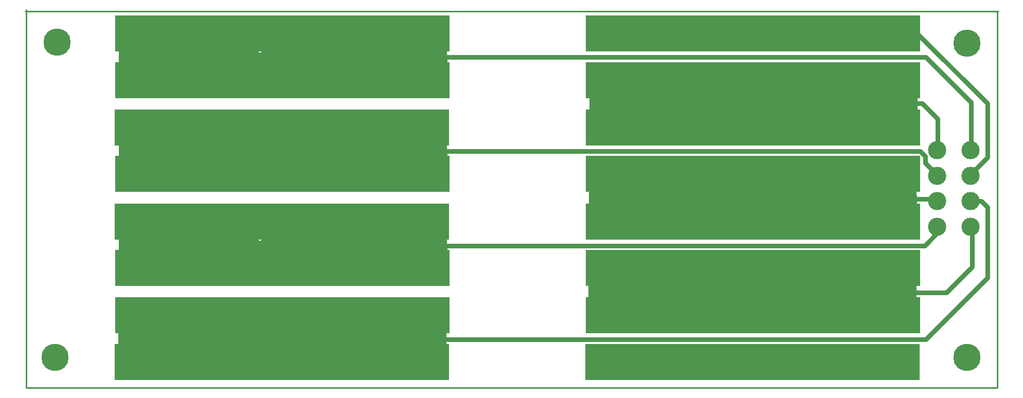
<source format=gtl>
G04 #@! TF.FileFunction,Copper,L1,Top,Signal*
%FSLAX46Y46*%
G04 Gerber Fmt 4.6, Leading zero omitted, Abs format (unit mm)*
G04 Created by KiCad (PCBNEW 4.0.4-stable) date 04/19/18 12:13:04*
%MOMM*%
%LPD*%
G01*
G04 APERTURE LIST*
%ADD10C,0.100000*%
%ADD11R,55.000000X6.000000*%
%ADD12C,4.300000*%
%ADD13C,4.500000*%
%ADD14C,3.000000*%
%ADD15C,0.250000*%
%ADD16C,5.000000*%
%ADD17C,0.750000*%
G04 APERTURE END LIST*
D10*
D11*
X42170300Y-19024600D03*
D12*
X51229300Y-19024600D03*
X33111300Y-18897600D03*
X18111300Y-18897600D03*
X25611300Y-18897600D03*
X66229300Y-19024600D03*
X58729300Y-19024600D03*
D11*
X42146700Y-57673700D03*
D12*
X51205700Y-57673700D03*
X33087700Y-57546700D03*
X18087700Y-57546700D03*
X25587700Y-57546700D03*
X66205700Y-57673700D03*
X58705700Y-57673700D03*
D11*
X42197500Y-49974500D03*
D12*
X51256500Y-49974500D03*
X33138500Y-49847500D03*
X18138500Y-49847500D03*
X25638500Y-49847500D03*
X66256500Y-49974500D03*
X58756500Y-49974500D03*
D11*
X42226800Y-42205100D03*
D12*
X51285800Y-42205100D03*
X33167800Y-42078100D03*
X18167800Y-42078100D03*
X25667800Y-42078100D03*
X66285800Y-42205100D03*
X58785800Y-42205100D03*
D11*
X42176000Y-34556700D03*
D12*
X51235000Y-34556700D03*
X33117000Y-34429700D03*
X18117000Y-34429700D03*
X25617000Y-34429700D03*
X66235000Y-34556700D03*
X58735000Y-34556700D03*
D11*
X42221100Y-26670000D03*
D12*
X51280100Y-26670000D03*
X33162100Y-26543000D03*
X18162100Y-26543000D03*
X25662100Y-26543000D03*
X66280100Y-26670000D03*
X58780100Y-26670000D03*
D11*
X119706500Y-11280600D03*
D12*
X128765500Y-11280600D03*
X110647500Y-11153600D03*
X95647500Y-11153600D03*
X103147500Y-11153600D03*
X143765500Y-11280600D03*
X136265500Y-11280600D03*
D11*
X119706500Y-3556500D03*
D12*
X128765500Y-3556500D03*
X110647500Y-3429500D03*
X95647500Y-3429500D03*
X103147500Y-3429500D03*
X143765500Y-3556500D03*
X136265500Y-3556500D03*
D11*
X119646700Y-57673700D03*
D12*
X128705700Y-57673700D03*
X110587700Y-57546700D03*
X95587700Y-57546700D03*
X103087700Y-57546700D03*
X143705700Y-57673700D03*
X136205700Y-57673700D03*
D11*
X119697500Y-49974500D03*
D12*
X128756500Y-49974500D03*
X110638500Y-49847500D03*
X95638500Y-49847500D03*
X103138500Y-49847500D03*
X143756500Y-49974500D03*
X136256500Y-49974500D03*
D11*
X119726800Y-42205100D03*
D12*
X128785800Y-42205100D03*
X110667800Y-42078100D03*
X95667800Y-42078100D03*
X103167800Y-42078100D03*
X143785800Y-42205100D03*
X136285800Y-42205100D03*
D11*
X119676000Y-34556700D03*
D12*
X128735000Y-34556700D03*
X110617000Y-34429700D03*
X95617000Y-34429700D03*
X103117000Y-34429700D03*
X143735000Y-34556700D03*
X136235000Y-34556700D03*
D11*
X119721100Y-26670000D03*
D12*
X128780100Y-26670000D03*
X110662100Y-26543000D03*
X95662100Y-26543000D03*
X103162100Y-26543000D03*
X143780100Y-26670000D03*
X136280100Y-26670000D03*
D11*
X119670300Y-19024600D03*
D12*
X128729300Y-19024600D03*
X110611300Y-18897600D03*
X95611300Y-18897600D03*
X103111300Y-18897600D03*
X143729300Y-19024600D03*
X136229300Y-19024600D03*
D11*
X42206500Y-11280600D03*
D12*
X51265500Y-11280600D03*
X33147500Y-11153600D03*
X18147500Y-11153600D03*
X25647500Y-11153600D03*
X66265500Y-11280600D03*
X58765500Y-11280600D03*
D11*
X42206500Y-3556500D03*
D12*
X51265500Y-3556500D03*
X33147500Y-3429500D03*
X18147500Y-3429500D03*
X25647500Y-3429500D03*
X66265500Y-3556500D03*
X58765500Y-3556500D03*
D13*
X5114300Y-5025400D03*
X4847600Y-56937900D03*
D14*
X150025100Y-35369500D03*
X155525100Y-35369500D03*
X155525100Y-31169500D03*
X150025100Y-31169500D03*
X155525100Y-26969500D03*
X150025100Y-26969500D03*
X155525100Y-22769500D03*
X150025100Y-22769500D03*
D13*
X154905700Y-5165100D03*
X154905700Y-56937900D03*
D15*
X25400Y-61899800D02*
X25400Y304800D01*
X159943800Y-61899800D02*
X25400Y-61899800D01*
X159943800Y114300D02*
X160070800Y114300D01*
X153517222Y114300D02*
X159943800Y114300D01*
X159943800Y114300D02*
X159943800Y-61899800D01*
X69717902Y114300D02*
X153517222Y114300D01*
X-114300Y114300D02*
X69717902Y114300D01*
D16*
X63690934Y-22182952D02*
X61749986Y-24123900D01*
X61749986Y-24123900D02*
X39726833Y-24123900D01*
X39726833Y-24123900D02*
X37731987Y-22129054D01*
X63551234Y-52243852D02*
X61610286Y-54184800D01*
X66699253Y-53282453D02*
X66699253Y-56109840D01*
X66644024Y-50255630D02*
X66644024Y-53227224D01*
X61610286Y-54184800D02*
X39932500Y-54184800D01*
X17656442Y-49813803D02*
X17656442Y-56496439D01*
X20630580Y-53522301D02*
X36204882Y-53522301D01*
X63690934Y-37689652D02*
X61749986Y-39630600D01*
X66838953Y-38728253D02*
X66838953Y-41555640D01*
X66783724Y-35701430D02*
X66783724Y-38673024D01*
X61749986Y-39630600D02*
X40072200Y-39630600D01*
X17796142Y-35259603D02*
X17796142Y-41942239D01*
X20770280Y-38968101D02*
X36344582Y-38968101D01*
X66838953Y-23221553D02*
X66838953Y-26048940D01*
X66783724Y-20194730D02*
X66783724Y-23166324D01*
X17796142Y-19752903D02*
X17796142Y-26435539D01*
X20770280Y-23461401D02*
X36344582Y-23461401D01*
X63690934Y-6663552D02*
X61749986Y-8604500D01*
X66838953Y-7702153D02*
X66838953Y-10529540D01*
X66783724Y-4675330D02*
X66783724Y-7646924D01*
X61749986Y-8604500D02*
X40072200Y-8604500D01*
X17796142Y-4233503D02*
X17796142Y-10916139D01*
X20770280Y-7942001D02*
X36344582Y-7942001D01*
D17*
X62762193Y-22916510D02*
X147240196Y-22916510D01*
X147240196Y-22916510D02*
X148100024Y-23776338D01*
X148100024Y-23776338D02*
X148100024Y-24875039D01*
X148100024Y-24875039D02*
X150114000Y-26889015D01*
X150114000Y-26889015D02*
X150114000Y-27922000D01*
X62201023Y-7247080D02*
X62394713Y-7440770D01*
X62394713Y-7440770D02*
X148121488Y-7440770D01*
X148121488Y-7440770D02*
X155614000Y-14933282D01*
X155614000Y-14933282D02*
X155614000Y-23722000D01*
D16*
X144063224Y-43118230D02*
X144063224Y-46089824D01*
X144118453Y-46145053D02*
X144118453Y-48972440D01*
X95075642Y-42676403D02*
X95075642Y-49359039D01*
X98049780Y-46384901D02*
X113624082Y-46384901D01*
X139029486Y-47047400D02*
X117351700Y-47047400D01*
X140970434Y-45106452D02*
X139029486Y-47047400D01*
X95139142Y-27093503D02*
X95139142Y-33776139D01*
X98113280Y-30802001D02*
X113687582Y-30802001D01*
X141229243Y-33389540D02*
X141220200Y-33380497D01*
X144181953Y-30562153D02*
X144181953Y-33389540D01*
X144126724Y-27535330D02*
X144126724Y-30506924D01*
X141033934Y-29523552D02*
X139092986Y-31464500D01*
X139092986Y-31464500D02*
X117415200Y-31464500D01*
X95958711Y-11186334D02*
X95240742Y-11904303D01*
X98214880Y-15612801D02*
X113789182Y-15612801D01*
X95240742Y-11904303D02*
X95240742Y-18586939D01*
X95240742Y-18586939D02*
X98214880Y-15612801D01*
X113789182Y-15612801D02*
X117516800Y-19340419D01*
X141135534Y-14334352D02*
X139194586Y-16275300D01*
X139194586Y-16275300D02*
X117516800Y-16275300D01*
X144228324Y-12346130D02*
X144228324Y-15317724D01*
X141330843Y-18200340D02*
X141321800Y-18191297D01*
X144228324Y-15317724D02*
X144283553Y-15372953D01*
X144283553Y-15372953D02*
X144283553Y-18200340D01*
X144283553Y-18200340D02*
X141330843Y-18200340D01*
D17*
X62547771Y-38485232D02*
X147950768Y-38485232D01*
X147950768Y-38485232D02*
X150114000Y-36322000D01*
X155614000Y-32122000D02*
X156566963Y-31169037D01*
X156566963Y-31169037D02*
X157317291Y-31169037D01*
X157317291Y-31169037D02*
X158311039Y-32162785D01*
X158311039Y-32162785D02*
X158311039Y-43785222D01*
X158311039Y-43785222D02*
X148152724Y-53943537D01*
X148152724Y-53943537D02*
X63091466Y-53943537D01*
X141301000Y-3699000D02*
X146919297Y-3699000D01*
X146919297Y-3699000D02*
X158332570Y-15112273D01*
X158332570Y-15112273D02*
X158332570Y-23970435D01*
X158332570Y-23970435D02*
X155614000Y-26689005D01*
X155614000Y-26689005D02*
X155614000Y-27922000D01*
X139405803Y-31731200D02*
X140345592Y-30791411D01*
X140345592Y-30791411D02*
X148783411Y-30791411D01*
X148783411Y-30791411D02*
X150114000Y-32122000D01*
X151536619Y-46253400D02*
X141423400Y-46253400D01*
X155771460Y-42018559D02*
X151536619Y-46253400D01*
X155771460Y-36166486D02*
X155771460Y-42018559D01*
X150114000Y-17604101D02*
X150114000Y-23722000D01*
X147586840Y-15076941D02*
X150114000Y-17604101D01*
X139405803Y-16275300D02*
X140604162Y-15076941D01*
X140604162Y-15076941D02*
X147586840Y-15076941D01*
M02*

</source>
